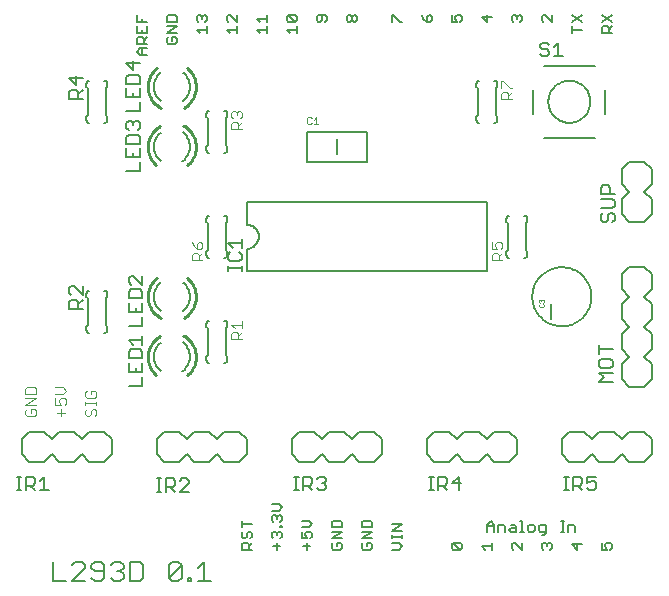
<source format=gto>
G75*
G70*
%OFA0B0*%
%FSLAX24Y24*%
%IPPOS*%
%LPD*%
%AMOC8*
5,1,8,0,0,1.08239X$1,22.5*
%
%ADD10C,0.0060*%
%ADD11C,0.0030*%
%ADD12C,0.0050*%
%ADD13C,0.0100*%
%ADD14C,0.0040*%
%ADD15C,0.0080*%
%ADD16C,0.0010*%
%ADD17C,0.0020*%
D10*
X009289Y001215D02*
X009716Y001215D01*
X009933Y001215D02*
X010360Y001642D01*
X010360Y001749D01*
X010254Y001856D01*
X010040Y001856D01*
X009933Y001749D01*
X009933Y001215D02*
X010360Y001215D01*
X010578Y001322D02*
X010685Y001215D01*
X010898Y001215D01*
X011005Y001322D01*
X011005Y001749D01*
X010898Y001856D01*
X010685Y001856D01*
X010578Y001749D01*
X010578Y001642D01*
X010685Y001536D01*
X011005Y001536D01*
X011222Y001749D02*
X011329Y001856D01*
X011543Y001856D01*
X011649Y001749D01*
X011649Y001642D01*
X011543Y001536D01*
X011649Y001429D01*
X011649Y001322D01*
X011543Y001215D01*
X011329Y001215D01*
X011222Y001322D01*
X011436Y001536D02*
X011543Y001536D01*
X011867Y001856D02*
X011867Y001215D01*
X012187Y001215D01*
X012294Y001322D01*
X012294Y001749D01*
X012187Y001856D01*
X011867Y001856D01*
X013156Y001749D02*
X013156Y001322D01*
X013583Y001749D01*
X013583Y001322D01*
X013476Y001215D01*
X013263Y001215D01*
X013156Y001322D01*
X013156Y001749D02*
X013263Y001856D01*
X013476Y001856D01*
X013583Y001749D01*
X014123Y001642D02*
X014336Y001856D01*
X014336Y001215D01*
X014123Y001215D02*
X014550Y001215D01*
X013907Y001215D02*
X013801Y001215D01*
X013801Y001322D01*
X013907Y001322D01*
X013907Y001215D01*
X015589Y002260D02*
X015589Y002430D01*
X015645Y002487D01*
X015759Y002487D01*
X015815Y002430D01*
X015815Y002260D01*
X015815Y002374D02*
X015929Y002487D01*
X015872Y002629D02*
X015929Y002685D01*
X015929Y002799D01*
X015872Y002856D01*
X015815Y002856D01*
X015759Y002799D01*
X015759Y002685D01*
X015702Y002629D01*
X015645Y002629D01*
X015589Y002685D01*
X015589Y002799D01*
X015645Y002856D01*
X015589Y002997D02*
X015589Y003224D01*
X015589Y003110D02*
X015929Y003110D01*
X016589Y003238D02*
X016589Y003351D01*
X016645Y003408D01*
X016702Y003408D01*
X016759Y003351D01*
X016815Y003408D01*
X016872Y003408D01*
X016929Y003351D01*
X016929Y003238D01*
X016872Y003181D01*
X016872Y003054D02*
X016929Y003054D01*
X016929Y002997D01*
X016872Y002997D01*
X016872Y003054D01*
X016872Y002856D02*
X016929Y002799D01*
X016929Y002685D01*
X016872Y002629D01*
X016759Y002742D02*
X016759Y002799D01*
X016815Y002856D01*
X016872Y002856D01*
X016759Y002799D02*
X016702Y002856D01*
X016645Y002856D01*
X016589Y002799D01*
X016589Y002685D01*
X016645Y002629D01*
X016759Y002487D02*
X016759Y002260D01*
X016872Y002374D02*
X016645Y002374D01*
X015929Y002260D02*
X015589Y002260D01*
X016589Y003238D02*
X016645Y003181D01*
X016759Y003295D02*
X016759Y003351D01*
X016815Y003549D02*
X016929Y003663D01*
X016815Y003776D01*
X016589Y003776D01*
X016589Y003549D02*
X016815Y003549D01*
X017589Y003224D02*
X017815Y003224D01*
X017929Y003110D01*
X017815Y002997D01*
X017589Y002997D01*
X017589Y002856D02*
X017589Y002629D01*
X017759Y002629D01*
X017702Y002742D01*
X017702Y002799D01*
X017759Y002856D01*
X017872Y002856D01*
X017929Y002799D01*
X017929Y002685D01*
X017872Y002629D01*
X017759Y002487D02*
X017759Y002260D01*
X017872Y002374D02*
X017645Y002374D01*
X018589Y002430D02*
X018589Y002317D01*
X018645Y002260D01*
X018872Y002260D01*
X018929Y002317D01*
X018929Y002430D01*
X018872Y002487D01*
X018759Y002487D01*
X018759Y002374D01*
X018645Y002487D02*
X018589Y002430D01*
X018589Y002629D02*
X018929Y002856D01*
X018589Y002856D01*
X018589Y002997D02*
X018589Y003167D01*
X018645Y003224D01*
X018872Y003224D01*
X018929Y003167D01*
X018929Y002997D01*
X018589Y002997D01*
X018589Y002629D02*
X018929Y002629D01*
X019589Y002629D02*
X019929Y002856D01*
X019589Y002856D01*
X019589Y002997D02*
X019589Y003167D01*
X019645Y003224D01*
X019872Y003224D01*
X019929Y003167D01*
X019929Y002997D01*
X019589Y002997D01*
X019589Y002629D02*
X019929Y002629D01*
X019872Y002487D02*
X019759Y002487D01*
X019759Y002374D01*
X019872Y002487D02*
X019929Y002430D01*
X019929Y002317D01*
X019872Y002260D01*
X019645Y002260D01*
X019589Y002317D01*
X019589Y002430D01*
X019645Y002487D01*
X020589Y002487D02*
X020815Y002487D01*
X020929Y002374D01*
X020815Y002260D01*
X020589Y002260D01*
X020589Y002629D02*
X020589Y002742D01*
X020589Y002685D02*
X020929Y002685D01*
X020929Y002629D02*
X020929Y002742D01*
X020929Y002874D02*
X020589Y002874D01*
X020929Y003101D01*
X020589Y003101D01*
X022589Y002430D02*
X022645Y002487D01*
X022872Y002260D01*
X022929Y002317D01*
X022929Y002430D01*
X022872Y002487D01*
X022645Y002487D01*
X022589Y002430D02*
X022589Y002317D01*
X022645Y002260D01*
X022872Y002260D01*
X023589Y002374D02*
X023929Y002374D01*
X023929Y002487D02*
X023929Y002260D01*
X023702Y002260D02*
X023589Y002374D01*
X023770Y002860D02*
X023770Y003087D01*
X023883Y003201D01*
X023996Y003087D01*
X023996Y002860D01*
X024138Y002860D02*
X024138Y003087D01*
X024308Y003087D01*
X024365Y003030D01*
X024365Y002860D01*
X024506Y002917D02*
X024563Y002974D01*
X024733Y002974D01*
X024733Y003030D02*
X024733Y002860D01*
X024563Y002860D01*
X024506Y002917D01*
X024563Y003087D02*
X024676Y003087D01*
X024733Y003030D01*
X024875Y002860D02*
X024988Y002860D01*
X024931Y002860D02*
X024931Y003201D01*
X024875Y003201D01*
X025120Y003030D02*
X025120Y002917D01*
X025177Y002860D01*
X025290Y002860D01*
X025347Y002917D01*
X025347Y003030D01*
X025290Y003087D01*
X025177Y003087D01*
X025120Y003030D01*
X025488Y003030D02*
X025488Y002917D01*
X025545Y002860D01*
X025715Y002860D01*
X025715Y002804D02*
X025715Y003087D01*
X025545Y003087D01*
X025488Y003030D01*
X025602Y002747D02*
X025659Y002747D01*
X025715Y002804D01*
X025702Y002487D02*
X025759Y002430D01*
X025815Y002487D01*
X025872Y002487D01*
X025929Y002430D01*
X025929Y002317D01*
X025872Y002260D01*
X025759Y002374D02*
X025759Y002430D01*
X025702Y002487D02*
X025645Y002487D01*
X025589Y002430D01*
X025589Y002317D01*
X025645Y002260D01*
X024929Y002260D02*
X024702Y002487D01*
X024645Y002487D01*
X024589Y002430D01*
X024589Y002317D01*
X024645Y002260D01*
X024929Y002260D02*
X024929Y002487D01*
X023996Y003030D02*
X023770Y003030D01*
X026225Y002860D02*
X026338Y002860D01*
X026282Y002860D02*
X026282Y003201D01*
X026338Y003201D02*
X026225Y003201D01*
X026471Y003087D02*
X026641Y003087D01*
X026697Y003030D01*
X026697Y002860D01*
X026471Y002860D02*
X026471Y003087D01*
X026759Y002487D02*
X026759Y002260D01*
X026589Y002430D01*
X026929Y002430D01*
X027589Y002487D02*
X027589Y002260D01*
X027759Y002260D01*
X027702Y002374D01*
X027702Y002430D01*
X027759Y002487D01*
X027872Y002487D01*
X027929Y002430D01*
X027929Y002317D01*
X027872Y002260D01*
X015109Y008585D02*
X015109Y008685D01*
X015059Y008735D01*
X015059Y009635D01*
X015109Y009685D01*
X015109Y009785D01*
X015107Y009802D01*
X015103Y009819D01*
X015096Y009835D01*
X015086Y009849D01*
X015073Y009862D01*
X015059Y009872D01*
X015043Y009879D01*
X015026Y009883D01*
X015009Y009885D01*
X014509Y009885D02*
X014492Y009883D01*
X014475Y009879D01*
X014459Y009872D01*
X014445Y009862D01*
X014432Y009849D01*
X014422Y009835D01*
X014415Y009819D01*
X014411Y009802D01*
X014409Y009785D01*
X014409Y009685D01*
X014459Y009635D01*
X014459Y008735D01*
X014409Y008685D01*
X014409Y008585D01*
X014411Y008568D01*
X014415Y008551D01*
X014422Y008535D01*
X014432Y008521D01*
X014445Y008508D01*
X014459Y008498D01*
X014475Y008491D01*
X014492Y008487D01*
X014509Y008485D01*
X015009Y008485D02*
X015026Y008487D01*
X015043Y008491D01*
X015059Y008498D01*
X015073Y008508D01*
X015086Y008521D01*
X015096Y008535D01*
X015103Y008551D01*
X015107Y008568D01*
X015109Y008585D01*
X012891Y009159D02*
X012856Y009129D01*
X012823Y009098D01*
X012793Y009063D01*
X012766Y009027D01*
X012742Y008989D01*
X012720Y008949D01*
X012702Y008907D01*
X012686Y008864D01*
X012674Y008820D01*
X012666Y008776D01*
X012661Y008730D01*
X012659Y008685D01*
X012661Y008640D01*
X012666Y008594D01*
X012674Y008550D01*
X012686Y008506D01*
X012702Y008463D01*
X012720Y008421D01*
X012742Y008381D01*
X012766Y008343D01*
X012793Y008307D01*
X012823Y008272D01*
X012856Y008241D01*
X012891Y008211D01*
X013859Y008685D02*
X013857Y008731D01*
X013852Y008777D01*
X013843Y008823D01*
X013831Y008868D01*
X013815Y008911D01*
X013796Y008953D01*
X013773Y008994D01*
X013748Y009033D01*
X013720Y009069D01*
X013689Y009104D01*
X013655Y009136D01*
X013619Y009165D01*
X013859Y008685D02*
X013857Y008638D01*
X013851Y008590D01*
X013842Y008544D01*
X013829Y008498D01*
X013813Y008454D01*
X013793Y008410D01*
X013769Y008369D01*
X013743Y008330D01*
X013713Y008293D01*
X013680Y008258D01*
X013645Y008226D01*
X013608Y008197D01*
X011109Y009585D02*
X011109Y009685D01*
X011059Y009735D01*
X011059Y010635D01*
X011109Y010685D01*
X011109Y010785D01*
X011107Y010802D01*
X011103Y010819D01*
X011096Y010835D01*
X011086Y010849D01*
X011073Y010862D01*
X011059Y010872D01*
X011043Y010879D01*
X011026Y010883D01*
X011009Y010885D01*
X010509Y010885D02*
X010492Y010883D01*
X010475Y010879D01*
X010459Y010872D01*
X010445Y010862D01*
X010432Y010849D01*
X010422Y010835D01*
X010415Y010819D01*
X010411Y010802D01*
X010409Y010785D01*
X010409Y010685D01*
X010459Y010635D01*
X010459Y009735D01*
X010409Y009685D01*
X010409Y009585D01*
X010411Y009568D01*
X010415Y009551D01*
X010422Y009535D01*
X010432Y009521D01*
X010445Y009508D01*
X010459Y009498D01*
X010475Y009491D01*
X010492Y009487D01*
X010509Y009485D01*
X011009Y009485D02*
X011026Y009487D01*
X011043Y009491D01*
X011059Y009498D01*
X011073Y009508D01*
X011086Y009521D01*
X011096Y009535D01*
X011103Y009551D01*
X011107Y009568D01*
X011109Y009585D01*
X013627Y010211D02*
X013662Y010241D01*
X013695Y010272D01*
X013725Y010307D01*
X013752Y010343D01*
X013776Y010381D01*
X013798Y010421D01*
X013816Y010463D01*
X013832Y010506D01*
X013844Y010550D01*
X013852Y010594D01*
X013857Y010640D01*
X013859Y010685D01*
X013857Y010730D01*
X013852Y010776D01*
X013844Y010820D01*
X013832Y010864D01*
X013816Y010907D01*
X013798Y010949D01*
X013776Y010989D01*
X013752Y011027D01*
X013725Y011063D01*
X013695Y011098D01*
X013662Y011129D01*
X013627Y011159D01*
X012659Y010685D02*
X012661Y010639D01*
X012666Y010593D01*
X012675Y010547D01*
X012687Y010502D01*
X012703Y010459D01*
X012722Y010417D01*
X012745Y010376D01*
X012770Y010337D01*
X012798Y010301D01*
X012829Y010266D01*
X012863Y010234D01*
X012899Y010205D01*
X012659Y010685D02*
X012661Y010732D01*
X012667Y010780D01*
X012676Y010826D01*
X012689Y010872D01*
X012705Y010916D01*
X012725Y010960D01*
X012749Y011001D01*
X012775Y011040D01*
X012805Y011077D01*
X012838Y011112D01*
X012873Y011144D01*
X012910Y011173D01*
X014409Y012085D02*
X014409Y012185D01*
X014459Y012235D01*
X014459Y013135D01*
X014409Y013185D01*
X014409Y013285D01*
X014411Y013302D01*
X014415Y013319D01*
X014422Y013335D01*
X014432Y013349D01*
X014445Y013362D01*
X014459Y013372D01*
X014475Y013379D01*
X014492Y013383D01*
X014509Y013385D01*
X015009Y013385D02*
X015026Y013383D01*
X015043Y013379D01*
X015059Y013372D01*
X015073Y013362D01*
X015086Y013349D01*
X015096Y013335D01*
X015103Y013319D01*
X015107Y013302D01*
X015109Y013285D01*
X015109Y013185D01*
X015059Y013135D01*
X015059Y012235D01*
X015109Y012185D01*
X015109Y012085D01*
X015107Y012068D01*
X015103Y012051D01*
X015096Y012035D01*
X015086Y012021D01*
X015073Y012008D01*
X015059Y011998D01*
X015043Y011991D01*
X015026Y011987D01*
X015009Y011985D01*
X014509Y011985D02*
X014492Y011987D01*
X014475Y011991D01*
X014459Y011998D01*
X014445Y012008D01*
X014432Y012021D01*
X014422Y012035D01*
X014415Y012051D01*
X014411Y012068D01*
X014409Y012085D01*
X015759Y012285D02*
X015759Y011535D01*
X023759Y011535D01*
X023759Y013835D01*
X015759Y013835D01*
X015759Y013085D01*
X015798Y013083D01*
X015837Y013077D01*
X015875Y013068D01*
X015912Y013055D01*
X015948Y013038D01*
X015981Y013018D01*
X016013Y012994D01*
X016042Y012968D01*
X016068Y012939D01*
X016092Y012907D01*
X016112Y012874D01*
X016129Y012838D01*
X016142Y012801D01*
X016151Y012763D01*
X016157Y012724D01*
X016159Y012685D01*
X016157Y012646D01*
X016151Y012607D01*
X016142Y012569D01*
X016129Y012532D01*
X016112Y012496D01*
X016092Y012463D01*
X016068Y012431D01*
X016042Y012402D01*
X016013Y012376D01*
X015981Y012352D01*
X015948Y012332D01*
X015912Y012315D01*
X015875Y012302D01*
X015837Y012293D01*
X015798Y012287D01*
X015759Y012285D01*
X015109Y015585D02*
X015109Y015685D01*
X015059Y015735D01*
X015059Y016635D01*
X015109Y016685D01*
X015109Y016785D01*
X015107Y016802D01*
X015103Y016819D01*
X015096Y016835D01*
X015086Y016849D01*
X015073Y016862D01*
X015059Y016872D01*
X015043Y016879D01*
X015026Y016883D01*
X015009Y016885D01*
X014509Y016885D02*
X014492Y016883D01*
X014475Y016879D01*
X014459Y016872D01*
X014445Y016862D01*
X014432Y016849D01*
X014422Y016835D01*
X014415Y016819D01*
X014411Y016802D01*
X014409Y016785D01*
X014409Y016685D01*
X014459Y016635D01*
X014459Y015735D01*
X014409Y015685D01*
X014409Y015585D01*
X014411Y015568D01*
X014415Y015551D01*
X014422Y015535D01*
X014432Y015521D01*
X014445Y015508D01*
X014459Y015498D01*
X014475Y015491D01*
X014492Y015487D01*
X014509Y015485D01*
X015009Y015485D02*
X015026Y015487D01*
X015043Y015491D01*
X015059Y015498D01*
X015073Y015508D01*
X015086Y015521D01*
X015096Y015535D01*
X015103Y015551D01*
X015107Y015568D01*
X015109Y015585D01*
X012891Y016159D02*
X012856Y016129D01*
X012823Y016098D01*
X012793Y016063D01*
X012766Y016027D01*
X012742Y015989D01*
X012720Y015949D01*
X012702Y015907D01*
X012686Y015864D01*
X012674Y015820D01*
X012666Y015776D01*
X012661Y015730D01*
X012659Y015685D01*
X012661Y015640D01*
X012666Y015594D01*
X012674Y015550D01*
X012686Y015506D01*
X012702Y015463D01*
X012720Y015421D01*
X012742Y015381D01*
X012766Y015343D01*
X012793Y015307D01*
X012823Y015272D01*
X012856Y015241D01*
X012891Y015211D01*
X013859Y015685D02*
X013857Y015731D01*
X013852Y015777D01*
X013843Y015823D01*
X013831Y015868D01*
X013815Y015911D01*
X013796Y015953D01*
X013773Y015994D01*
X013748Y016033D01*
X013720Y016069D01*
X013689Y016104D01*
X013655Y016136D01*
X013619Y016165D01*
X013859Y015685D02*
X013857Y015638D01*
X013851Y015590D01*
X013842Y015544D01*
X013829Y015498D01*
X013813Y015454D01*
X013793Y015410D01*
X013769Y015369D01*
X013743Y015330D01*
X013713Y015293D01*
X013680Y015258D01*
X013645Y015226D01*
X013608Y015197D01*
X011109Y016585D02*
X011109Y016685D01*
X011059Y016735D01*
X011059Y017635D01*
X011109Y017685D01*
X011109Y017785D01*
X011107Y017802D01*
X011103Y017819D01*
X011096Y017835D01*
X011086Y017849D01*
X011073Y017862D01*
X011059Y017872D01*
X011043Y017879D01*
X011026Y017883D01*
X011009Y017885D01*
X010509Y017885D02*
X010492Y017883D01*
X010475Y017879D01*
X010459Y017872D01*
X010445Y017862D01*
X010432Y017849D01*
X010422Y017835D01*
X010415Y017819D01*
X010411Y017802D01*
X010409Y017785D01*
X010409Y017685D01*
X010459Y017635D01*
X010459Y016735D01*
X010409Y016685D01*
X010409Y016585D01*
X010411Y016568D01*
X010415Y016551D01*
X010422Y016535D01*
X010432Y016521D01*
X010445Y016508D01*
X010459Y016498D01*
X010475Y016491D01*
X010492Y016487D01*
X010509Y016485D01*
X011009Y016485D02*
X011026Y016487D01*
X011043Y016491D01*
X011059Y016498D01*
X011073Y016508D01*
X011086Y016521D01*
X011096Y016535D01*
X011103Y016551D01*
X011107Y016568D01*
X011109Y016585D01*
X013627Y017211D02*
X013662Y017241D01*
X013695Y017272D01*
X013725Y017307D01*
X013752Y017343D01*
X013776Y017381D01*
X013798Y017421D01*
X013816Y017463D01*
X013832Y017506D01*
X013844Y017550D01*
X013852Y017594D01*
X013857Y017640D01*
X013859Y017685D01*
X013857Y017730D01*
X013852Y017776D01*
X013844Y017820D01*
X013832Y017864D01*
X013816Y017907D01*
X013798Y017949D01*
X013776Y017989D01*
X013752Y018027D01*
X013725Y018063D01*
X013695Y018098D01*
X013662Y018129D01*
X013627Y018159D01*
X012659Y017685D02*
X012661Y017639D01*
X012666Y017593D01*
X012675Y017547D01*
X012687Y017502D01*
X012703Y017459D01*
X012722Y017417D01*
X012745Y017376D01*
X012770Y017337D01*
X012798Y017301D01*
X012829Y017266D01*
X012863Y017234D01*
X012899Y017205D01*
X012659Y017685D02*
X012661Y017732D01*
X012667Y017780D01*
X012676Y017826D01*
X012689Y017872D01*
X012705Y017916D01*
X012725Y017960D01*
X012749Y018001D01*
X012775Y018040D01*
X012805Y018077D01*
X012838Y018112D01*
X012873Y018144D01*
X012910Y018173D01*
X012429Y018742D02*
X012202Y018742D01*
X012089Y018856D01*
X012202Y018969D01*
X012429Y018969D01*
X012429Y019110D02*
X012089Y019110D01*
X012089Y019281D01*
X012145Y019337D01*
X012259Y019337D01*
X012315Y019281D01*
X012315Y019110D01*
X012315Y019224D02*
X012429Y019337D01*
X012429Y019479D02*
X012429Y019706D01*
X012429Y019847D02*
X012089Y019847D01*
X012089Y020074D01*
X012259Y019960D02*
X012259Y019847D01*
X012089Y019706D02*
X012089Y019479D01*
X012429Y019479D01*
X012259Y019479D02*
X012259Y019592D01*
X012259Y018969D02*
X012259Y018742D01*
X013089Y019167D02*
X013145Y019110D01*
X013372Y019110D01*
X013429Y019167D01*
X013429Y019281D01*
X013372Y019337D01*
X013259Y019337D01*
X013259Y019224D01*
X013145Y019337D02*
X013089Y019281D01*
X013089Y019167D01*
X013089Y019479D02*
X013429Y019706D01*
X013089Y019706D01*
X013089Y019847D02*
X013089Y020017D01*
X013145Y020074D01*
X013372Y020074D01*
X013429Y020017D01*
X013429Y019847D01*
X013089Y019847D01*
X013089Y019479D02*
X013429Y019479D01*
X014089Y019592D02*
X014429Y019592D01*
X014429Y019479D02*
X014429Y019706D01*
X014372Y019847D02*
X014429Y019904D01*
X014429Y020017D01*
X014372Y020074D01*
X014315Y020074D01*
X014259Y020017D01*
X014259Y019960D01*
X014259Y020017D02*
X014202Y020074D01*
X014145Y020074D01*
X014089Y020017D01*
X014089Y019904D01*
X014145Y019847D01*
X014089Y019592D02*
X014202Y019479D01*
X015089Y019592D02*
X015429Y019592D01*
X015429Y019479D02*
X015429Y019706D01*
X015429Y019847D02*
X015202Y020074D01*
X015145Y020074D01*
X015089Y020017D01*
X015089Y019904D01*
X015145Y019847D01*
X015089Y019592D02*
X015202Y019479D01*
X015429Y019847D02*
X015429Y020074D01*
X016089Y019960D02*
X016429Y019960D01*
X016429Y019847D02*
X016429Y020074D01*
X016202Y019847D02*
X016089Y019960D01*
X016089Y019592D02*
X016429Y019592D01*
X016429Y019479D02*
X016429Y019706D01*
X016202Y019479D02*
X016089Y019592D01*
X017089Y019592D02*
X017202Y019479D01*
X017089Y019592D02*
X017429Y019592D01*
X017429Y019479D02*
X017429Y019706D01*
X017372Y019847D02*
X017145Y019847D01*
X017089Y019904D01*
X017089Y020017D01*
X017145Y020074D01*
X017372Y019847D01*
X017429Y019904D01*
X017429Y020017D01*
X017372Y020074D01*
X017145Y020074D01*
X018089Y020017D02*
X018089Y019904D01*
X018145Y019847D01*
X018202Y019847D01*
X018259Y019904D01*
X018259Y020074D01*
X018372Y020074D02*
X018145Y020074D01*
X018089Y020017D01*
X018372Y020074D02*
X018429Y020017D01*
X018429Y019904D01*
X018372Y019847D01*
X019089Y019904D02*
X019089Y020017D01*
X019145Y020074D01*
X019202Y020074D01*
X019259Y020017D01*
X019259Y019904D01*
X019202Y019847D01*
X019145Y019847D01*
X019089Y019904D01*
X019259Y019904D02*
X019315Y019847D01*
X019372Y019847D01*
X019429Y019904D01*
X019429Y020017D01*
X019372Y020074D01*
X019315Y020074D01*
X019259Y020017D01*
X020589Y020074D02*
X020589Y019847D01*
X020589Y020074D02*
X020645Y020074D01*
X020872Y019847D01*
X020929Y019847D01*
X021589Y020074D02*
X021645Y019960D01*
X021759Y019847D01*
X021759Y020017D01*
X021815Y020074D01*
X021872Y020074D01*
X021929Y020017D01*
X021929Y019904D01*
X021872Y019847D01*
X021759Y019847D01*
X022589Y019847D02*
X022759Y019847D01*
X022702Y019960D01*
X022702Y020017D01*
X022759Y020074D01*
X022872Y020074D01*
X022929Y020017D01*
X022929Y019904D01*
X022872Y019847D01*
X022589Y019847D02*
X022589Y020074D01*
X023589Y020017D02*
X023759Y019847D01*
X023759Y020074D01*
X023929Y020017D02*
X023589Y020017D01*
X024589Y020017D02*
X024589Y019904D01*
X024645Y019847D01*
X024759Y019960D02*
X024759Y020017D01*
X024815Y020074D01*
X024872Y020074D01*
X024929Y020017D01*
X024929Y019904D01*
X024872Y019847D01*
X024759Y020017D02*
X024702Y020074D01*
X024645Y020074D01*
X024589Y020017D01*
X025589Y020017D02*
X025589Y019904D01*
X025645Y019847D01*
X025589Y020017D02*
X025645Y020074D01*
X025702Y020074D01*
X025929Y019847D01*
X025929Y020074D01*
X026589Y020074D02*
X026929Y019847D01*
X026929Y020074D02*
X026589Y019847D01*
X026589Y019706D02*
X026589Y019479D01*
X026589Y019592D02*
X026929Y019592D01*
X027589Y019649D02*
X027589Y019479D01*
X027929Y019479D01*
X027815Y019479D02*
X027815Y019649D01*
X027759Y019706D01*
X027645Y019706D01*
X027589Y019649D01*
X027589Y019847D02*
X027929Y020074D01*
X027929Y019847D02*
X027589Y020074D01*
X027929Y019706D02*
X027815Y019592D01*
X024109Y017785D02*
X024109Y017685D01*
X024059Y017635D01*
X024059Y016735D01*
X024109Y016685D01*
X024109Y016585D01*
X024107Y016568D01*
X024103Y016551D01*
X024096Y016535D01*
X024086Y016521D01*
X024073Y016508D01*
X024059Y016498D01*
X024043Y016491D01*
X024026Y016487D01*
X024009Y016485D01*
X023509Y016485D02*
X023492Y016487D01*
X023475Y016491D01*
X023459Y016498D01*
X023445Y016508D01*
X023432Y016521D01*
X023422Y016535D01*
X023415Y016551D01*
X023411Y016568D01*
X023409Y016585D01*
X023409Y016685D01*
X023459Y016735D01*
X023459Y017635D01*
X023409Y017685D01*
X023409Y017785D01*
X023411Y017802D01*
X023415Y017819D01*
X023422Y017835D01*
X023432Y017849D01*
X023445Y017862D01*
X023459Y017872D01*
X023475Y017879D01*
X023492Y017883D01*
X023509Y017885D01*
X024009Y017885D02*
X024026Y017883D01*
X024043Y017879D01*
X024059Y017872D01*
X024073Y017862D01*
X024086Y017849D01*
X024096Y017835D01*
X024103Y017819D01*
X024107Y017802D01*
X024109Y017785D01*
X024409Y013285D02*
X024409Y013185D01*
X024459Y013135D01*
X024459Y012235D01*
X024409Y012185D01*
X024409Y012085D01*
X024411Y012068D01*
X024415Y012051D01*
X024422Y012035D01*
X024432Y012021D01*
X024445Y012008D01*
X024459Y011998D01*
X024475Y011991D01*
X024492Y011987D01*
X024509Y011985D01*
X025009Y011985D02*
X025026Y011987D01*
X025043Y011991D01*
X025059Y011998D01*
X025073Y012008D01*
X025086Y012021D01*
X025096Y012035D01*
X025103Y012051D01*
X025107Y012068D01*
X025109Y012085D01*
X025109Y012185D01*
X025059Y012235D01*
X025059Y013135D01*
X025109Y013185D01*
X025109Y013285D01*
X025107Y013302D01*
X025103Y013319D01*
X025096Y013335D01*
X025086Y013349D01*
X025073Y013362D01*
X025059Y013372D01*
X025043Y013379D01*
X025026Y013383D01*
X025009Y013385D01*
X024509Y013385D02*
X024492Y013383D01*
X024475Y013379D01*
X024459Y013372D01*
X024445Y013362D01*
X024432Y013349D01*
X024422Y013335D01*
X024415Y013319D01*
X024411Y013302D01*
X024409Y013285D01*
X009289Y001856D02*
X009289Y001215D01*
D11*
X009559Y006700D02*
X009559Y006947D01*
X009559Y007069D02*
X009497Y007192D01*
X009497Y007254D01*
X009559Y007316D01*
X009682Y007316D01*
X009744Y007254D01*
X009744Y007130D01*
X009682Y007069D01*
X009559Y007069D02*
X009374Y007069D01*
X009374Y007316D01*
X009374Y007437D02*
X009620Y007437D01*
X009744Y007560D01*
X009620Y007684D01*
X009374Y007684D01*
X008744Y007622D02*
X008744Y007437D01*
X008374Y007437D01*
X008374Y007622D01*
X008435Y007684D01*
X008682Y007684D01*
X008744Y007622D01*
X008744Y007316D02*
X008374Y007316D01*
X008374Y007069D02*
X008744Y007316D01*
X008744Y007069D02*
X008374Y007069D01*
X008435Y006947D02*
X008374Y006886D01*
X008374Y006762D01*
X008435Y006700D01*
X008682Y006700D01*
X008744Y006762D01*
X008744Y006886D01*
X008682Y006947D01*
X008559Y006947D01*
X008559Y006824D01*
X009435Y006824D02*
X009682Y006824D01*
X010374Y006886D02*
X010374Y006762D01*
X010435Y006700D01*
X010497Y006700D01*
X010559Y006762D01*
X010559Y006886D01*
X010620Y006947D01*
X010682Y006947D01*
X010744Y006886D01*
X010744Y006762D01*
X010682Y006700D01*
X010435Y006947D02*
X010374Y006886D01*
X010374Y007069D02*
X010374Y007192D01*
X010374Y007130D02*
X010744Y007130D01*
X010744Y007069D02*
X010744Y007192D01*
X010682Y007314D02*
X010744Y007376D01*
X010744Y007499D01*
X010682Y007561D01*
X010559Y007561D01*
X010559Y007438D01*
X010435Y007561D02*
X010374Y007499D01*
X010374Y007376D01*
X010435Y007314D01*
X010682Y007314D01*
D12*
X008236Y004240D02*
X008086Y004240D01*
X008161Y004240D02*
X008161Y004691D01*
X008086Y004691D02*
X008236Y004691D01*
X008393Y004691D02*
X008618Y004691D01*
X008693Y004616D01*
X008693Y004466D01*
X008618Y004390D01*
X008393Y004390D01*
X008393Y004240D02*
X008393Y004691D01*
X008543Y004390D02*
X008693Y004240D01*
X008853Y004240D02*
X009154Y004240D01*
X009004Y004240D02*
X009004Y004691D01*
X008853Y004541D01*
X012754Y004631D02*
X012904Y004631D01*
X012829Y004631D02*
X012829Y004180D01*
X012754Y004180D02*
X012904Y004180D01*
X013061Y004180D02*
X013061Y004631D01*
X013286Y004631D01*
X013361Y004556D01*
X013361Y004406D01*
X013286Y004330D01*
X013061Y004330D01*
X013211Y004330D02*
X013361Y004180D01*
X013521Y004180D02*
X013821Y004481D01*
X013821Y004556D01*
X013746Y004631D01*
X013596Y004631D01*
X013521Y004556D01*
X013521Y004180D02*
X013821Y004180D01*
X017336Y004240D02*
X017486Y004240D01*
X017411Y004240D02*
X017411Y004691D01*
X017336Y004691D02*
X017486Y004691D01*
X017643Y004691D02*
X017868Y004691D01*
X017943Y004616D01*
X017943Y004466D01*
X017868Y004390D01*
X017643Y004390D01*
X017643Y004240D02*
X017643Y004691D01*
X018103Y004616D02*
X018179Y004691D01*
X018329Y004691D01*
X018404Y004616D01*
X018404Y004541D01*
X018329Y004466D01*
X018404Y004390D01*
X018404Y004315D01*
X018329Y004240D01*
X018179Y004240D01*
X018103Y004315D01*
X017943Y004240D02*
X017793Y004390D01*
X018254Y004466D02*
X018329Y004466D01*
X021836Y004691D02*
X021986Y004691D01*
X021911Y004691D02*
X021911Y004240D01*
X021836Y004240D02*
X021986Y004240D01*
X022143Y004240D02*
X022143Y004691D01*
X022368Y004691D01*
X022443Y004616D01*
X022443Y004466D01*
X022368Y004390D01*
X022143Y004390D01*
X022293Y004390D02*
X022443Y004240D01*
X022603Y004466D02*
X022904Y004466D01*
X022829Y004691D02*
X022829Y004240D01*
X022603Y004466D02*
X022829Y004691D01*
X026336Y004691D02*
X026486Y004691D01*
X026411Y004691D02*
X026411Y004240D01*
X026336Y004240D02*
X026486Y004240D01*
X026643Y004240D02*
X026643Y004691D01*
X026868Y004691D01*
X026943Y004616D01*
X026943Y004466D01*
X026868Y004390D01*
X026643Y004390D01*
X026793Y004390D02*
X026943Y004240D01*
X027103Y004315D02*
X027179Y004240D01*
X027329Y004240D01*
X027404Y004315D01*
X027404Y004466D01*
X027329Y004541D01*
X027254Y004541D01*
X027103Y004466D01*
X027103Y004691D01*
X027404Y004691D01*
X027504Y007859D02*
X027654Y008009D01*
X027504Y008159D01*
X027954Y008159D01*
X027879Y008320D02*
X027579Y008320D01*
X027504Y008395D01*
X027504Y008545D01*
X027579Y008620D01*
X027879Y008620D01*
X027954Y008545D01*
X027954Y008395D01*
X027879Y008320D01*
X027954Y007859D02*
X027504Y007859D01*
X027504Y008780D02*
X027504Y009080D01*
X027504Y008930D02*
X027954Y008930D01*
X027939Y013180D02*
X028014Y013255D01*
X028014Y013406D01*
X027939Y013481D01*
X027864Y013481D01*
X027789Y013406D01*
X027789Y013255D01*
X027714Y013180D01*
X027639Y013180D01*
X027564Y013255D01*
X027564Y013406D01*
X027639Y013481D01*
X027564Y013641D02*
X027939Y013641D01*
X028014Y013716D01*
X028014Y013866D01*
X027939Y013941D01*
X027564Y013941D01*
X027564Y014101D02*
X027564Y014326D01*
X027639Y014401D01*
X027789Y014401D01*
X027864Y014326D01*
X027864Y014101D01*
X028014Y014101D02*
X027564Y014101D01*
X026294Y018710D02*
X025994Y018710D01*
X026144Y018710D02*
X026144Y019161D01*
X025994Y019011D01*
X025834Y019086D02*
X025759Y019161D01*
X025609Y019161D01*
X025534Y019086D01*
X025534Y019011D01*
X025609Y018936D01*
X025759Y018936D01*
X025834Y018860D01*
X025834Y018785D01*
X025759Y018710D01*
X025609Y018710D01*
X025534Y018785D01*
X015584Y012628D02*
X015584Y012328D01*
X015584Y012478D02*
X015134Y012478D01*
X015284Y012328D01*
X015209Y012167D02*
X015134Y012092D01*
X015134Y011942D01*
X015209Y011867D01*
X015509Y011867D01*
X015584Y011942D01*
X015584Y012092D01*
X015509Y012167D01*
X015584Y011710D02*
X015584Y011560D01*
X015584Y011635D02*
X015134Y011635D01*
X015134Y011560D02*
X015134Y011710D01*
X012274Y011392D02*
X012274Y011091D01*
X011974Y011392D01*
X011899Y011392D01*
X011824Y011317D01*
X011824Y011166D01*
X011899Y011091D01*
X011899Y010931D02*
X011824Y010856D01*
X011824Y010631D01*
X012274Y010631D01*
X012274Y010856D01*
X012199Y010931D01*
X011899Y010931D01*
X011824Y010471D02*
X011824Y010171D01*
X012274Y010171D01*
X012274Y010471D01*
X012049Y010321D02*
X012049Y010171D01*
X012274Y010011D02*
X012274Y009710D01*
X011824Y009710D01*
X011824Y009242D02*
X012274Y009242D01*
X012274Y009392D02*
X012274Y009091D01*
X012199Y008931D02*
X012274Y008856D01*
X012274Y008631D01*
X011824Y008631D01*
X011824Y008856D01*
X011899Y008931D01*
X012199Y008931D01*
X011974Y009091D02*
X011824Y009242D01*
X011824Y008471D02*
X011824Y008171D01*
X012274Y008171D01*
X012274Y008471D01*
X012049Y008321D02*
X012049Y008171D01*
X012274Y008011D02*
X012274Y007710D01*
X011824Y007710D01*
X010284Y010290D02*
X009834Y010290D01*
X009834Y010515D01*
X009909Y010590D01*
X010059Y010590D01*
X010134Y010515D01*
X010134Y010290D01*
X010134Y010440D02*
X010284Y010590D01*
X010284Y010750D02*
X009984Y011050D01*
X009909Y011050D01*
X009834Y010975D01*
X009834Y010825D01*
X009909Y010750D01*
X010284Y010750D02*
X010284Y011050D01*
X011744Y014869D02*
X012194Y014869D01*
X012194Y015169D01*
X012194Y015329D02*
X011744Y015329D01*
X011744Y015629D01*
X011744Y015790D02*
X011744Y016015D01*
X011819Y016090D01*
X012119Y016090D01*
X012194Y016015D01*
X012194Y015790D01*
X011744Y015790D01*
X012194Y015629D02*
X012194Y015329D01*
X011969Y015329D02*
X011969Y015479D01*
X012119Y016250D02*
X012194Y016325D01*
X012194Y016475D01*
X012119Y016550D01*
X012044Y016550D01*
X011969Y016475D01*
X011969Y016400D01*
X011969Y016475D02*
X011894Y016550D01*
X011819Y016550D01*
X011744Y016475D01*
X011744Y016325D01*
X011819Y016250D01*
X011744Y016869D02*
X012194Y016869D01*
X012194Y017169D01*
X012194Y017329D02*
X011744Y017329D01*
X011744Y017629D01*
X011744Y017790D02*
X011744Y018015D01*
X011819Y018090D01*
X012119Y018090D01*
X012194Y018015D01*
X012194Y017790D01*
X011744Y017790D01*
X012194Y017629D02*
X012194Y017329D01*
X011969Y017329D02*
X011969Y017479D01*
X011969Y018250D02*
X011969Y018550D01*
X012194Y018475D02*
X011744Y018475D01*
X011969Y018250D01*
X010284Y017975D02*
X009834Y017975D01*
X010059Y017750D01*
X010059Y018050D01*
X010059Y017590D02*
X010134Y017515D01*
X010134Y017290D01*
X010134Y017440D02*
X010284Y017590D01*
X010059Y017590D02*
X009909Y017590D01*
X009834Y017515D01*
X009834Y017290D01*
X010284Y017290D01*
D13*
X013656Y016990D02*
X013704Y017020D01*
X013749Y017053D01*
X013792Y017089D01*
X013833Y017127D01*
X013870Y017169D01*
X013905Y017213D01*
X013936Y017259D01*
X013965Y017308D01*
X013989Y017358D01*
X014010Y017410D01*
X014028Y017464D01*
X014041Y017518D01*
X014051Y017573D01*
X014057Y017629D01*
X014059Y017685D01*
X014057Y017738D01*
X014052Y017792D01*
X014043Y017844D01*
X014031Y017896D01*
X014015Y017947D01*
X013996Y017997D01*
X013973Y018046D01*
X013947Y018093D01*
X013919Y018138D01*
X013887Y018181D01*
X013853Y018221D01*
X013815Y018260D01*
X013776Y018296D01*
X012459Y017685D02*
X012461Y017631D01*
X012466Y017577D01*
X012475Y017524D01*
X012488Y017471D01*
X012504Y017420D01*
X012524Y017370D01*
X012547Y017321D01*
X012573Y017273D01*
X012602Y017228D01*
X012635Y017185D01*
X012670Y017144D01*
X012708Y017105D01*
X012748Y017069D01*
X012791Y017036D01*
X012836Y017006D01*
X012883Y016979D01*
X012459Y017685D02*
X012461Y017739D01*
X012466Y017792D01*
X012475Y017846D01*
X012488Y017898D01*
X012504Y017949D01*
X012524Y018000D01*
X012546Y018049D01*
X012572Y018096D01*
X012602Y018141D01*
X012634Y018184D01*
X012669Y018225D01*
X012707Y018264D01*
X012747Y018300D01*
X012862Y016380D02*
X012814Y016350D01*
X012769Y016317D01*
X012726Y016281D01*
X012685Y016243D01*
X012648Y016201D01*
X012613Y016157D01*
X012582Y016111D01*
X012553Y016062D01*
X012529Y016012D01*
X012508Y015960D01*
X012490Y015906D01*
X012477Y015852D01*
X012467Y015797D01*
X012461Y015741D01*
X012459Y015685D01*
X012461Y015632D01*
X012466Y015578D01*
X012475Y015526D01*
X012487Y015474D01*
X012503Y015423D01*
X012522Y015373D01*
X012545Y015324D01*
X012571Y015277D01*
X012599Y015232D01*
X012631Y015189D01*
X012665Y015149D01*
X012703Y015110D01*
X012742Y015074D01*
X014059Y015685D02*
X014057Y015739D01*
X014052Y015793D01*
X014043Y015846D01*
X014030Y015899D01*
X014014Y015950D01*
X013994Y016000D01*
X013971Y016049D01*
X013945Y016097D01*
X013916Y016142D01*
X013883Y016185D01*
X013848Y016226D01*
X013810Y016265D01*
X013770Y016301D01*
X013727Y016334D01*
X013682Y016364D01*
X013635Y016391D01*
X014059Y015685D02*
X014057Y015631D01*
X014052Y015578D01*
X014043Y015524D01*
X014030Y015472D01*
X014014Y015421D01*
X013994Y015370D01*
X013972Y015321D01*
X013946Y015274D01*
X013916Y015229D01*
X013884Y015186D01*
X013849Y015145D01*
X013811Y015106D01*
X013771Y015070D01*
X012459Y010685D02*
X012461Y010631D01*
X012466Y010577D01*
X012475Y010524D01*
X012488Y010471D01*
X012504Y010420D01*
X012524Y010370D01*
X012547Y010321D01*
X012573Y010273D01*
X012602Y010228D01*
X012635Y010185D01*
X012670Y010144D01*
X012708Y010105D01*
X012748Y010069D01*
X012791Y010036D01*
X012836Y010006D01*
X012883Y009979D01*
X013656Y009990D02*
X013704Y010020D01*
X013749Y010053D01*
X013792Y010089D01*
X013833Y010127D01*
X013870Y010169D01*
X013905Y010213D01*
X013936Y010259D01*
X013965Y010308D01*
X013989Y010358D01*
X014010Y010410D01*
X014028Y010464D01*
X014041Y010518D01*
X014051Y010573D01*
X014057Y010629D01*
X014059Y010685D01*
X014057Y010738D01*
X014052Y010792D01*
X014043Y010844D01*
X014031Y010896D01*
X014015Y010947D01*
X013996Y010997D01*
X013973Y011046D01*
X013947Y011093D01*
X013919Y011138D01*
X013887Y011181D01*
X013853Y011221D01*
X013815Y011260D01*
X013776Y011296D01*
X012747Y011300D02*
X012707Y011264D01*
X012669Y011225D01*
X012634Y011184D01*
X012602Y011141D01*
X012572Y011096D01*
X012546Y011049D01*
X012524Y011000D01*
X012504Y010949D01*
X012488Y010898D01*
X012475Y010846D01*
X012466Y010792D01*
X012461Y010739D01*
X012459Y010685D01*
X012862Y009380D02*
X012814Y009350D01*
X012769Y009317D01*
X012726Y009281D01*
X012685Y009243D01*
X012648Y009201D01*
X012613Y009157D01*
X012582Y009111D01*
X012553Y009062D01*
X012529Y009012D01*
X012508Y008960D01*
X012490Y008906D01*
X012477Y008852D01*
X012467Y008797D01*
X012461Y008741D01*
X012459Y008685D01*
X012461Y008632D01*
X012466Y008578D01*
X012475Y008526D01*
X012487Y008474D01*
X012503Y008423D01*
X012522Y008373D01*
X012545Y008324D01*
X012571Y008277D01*
X012599Y008232D01*
X012631Y008189D01*
X012665Y008149D01*
X012703Y008110D01*
X012742Y008074D01*
X014059Y008685D02*
X014057Y008739D01*
X014052Y008793D01*
X014043Y008846D01*
X014030Y008899D01*
X014014Y008950D01*
X013994Y009000D01*
X013971Y009049D01*
X013945Y009097D01*
X013916Y009142D01*
X013883Y009185D01*
X013848Y009226D01*
X013810Y009265D01*
X013770Y009301D01*
X013727Y009334D01*
X013682Y009364D01*
X013635Y009391D01*
X014059Y008685D02*
X014057Y008631D01*
X014052Y008578D01*
X014043Y008524D01*
X014030Y008472D01*
X014014Y008421D01*
X013994Y008370D01*
X013972Y008321D01*
X013946Y008274D01*
X013916Y008229D01*
X013884Y008186D01*
X013849Y008145D01*
X013811Y008106D01*
X013771Y008070D01*
D14*
X015239Y009277D02*
X015239Y009452D01*
X015297Y009511D01*
X015414Y009511D01*
X015472Y009452D01*
X015472Y009277D01*
X015589Y009277D02*
X015239Y009277D01*
X015472Y009394D02*
X015589Y009511D01*
X015589Y009636D02*
X015589Y009870D01*
X015589Y009753D02*
X015239Y009753D01*
X015355Y009636D01*
X014279Y011915D02*
X013929Y011915D01*
X013929Y012090D01*
X013987Y012149D01*
X014104Y012149D01*
X014162Y012090D01*
X014162Y011915D01*
X014162Y012032D02*
X014279Y012149D01*
X014221Y012274D02*
X014104Y012274D01*
X014104Y012450D01*
X014162Y012508D01*
X014221Y012508D01*
X014279Y012450D01*
X014279Y012333D01*
X014221Y012274D01*
X014104Y012274D02*
X013987Y012391D01*
X013929Y012508D01*
X015239Y016277D02*
X015239Y016452D01*
X015297Y016511D01*
X015414Y016511D01*
X015472Y016452D01*
X015472Y016277D01*
X015472Y016394D02*
X015589Y016511D01*
X015531Y016636D02*
X015589Y016695D01*
X015589Y016811D01*
X015531Y016870D01*
X015472Y016870D01*
X015414Y016811D01*
X015414Y016753D01*
X015414Y016811D02*
X015355Y016870D01*
X015297Y016870D01*
X015239Y016811D01*
X015239Y016695D01*
X015297Y016636D01*
X015239Y016277D02*
X015589Y016277D01*
X023929Y012508D02*
X023929Y012274D01*
X024104Y012274D01*
X024045Y012391D01*
X024045Y012450D01*
X024104Y012508D01*
X024221Y012508D01*
X024279Y012450D01*
X024279Y012333D01*
X024221Y012274D01*
X024279Y012149D02*
X024162Y012032D01*
X024162Y012090D02*
X024162Y011915D01*
X024279Y011915D02*
X023929Y011915D01*
X023929Y012090D01*
X023987Y012149D01*
X024104Y012149D01*
X024162Y012090D01*
X024239Y017277D02*
X024239Y017452D01*
X024297Y017511D01*
X024414Y017511D01*
X024472Y017452D01*
X024472Y017277D01*
X024589Y017277D02*
X024239Y017277D01*
X024472Y017394D02*
X024589Y017511D01*
X024589Y017636D02*
X024531Y017636D01*
X024297Y017870D01*
X024239Y017870D01*
X024239Y017636D01*
D15*
X025309Y017590D02*
X025309Y016785D01*
X025659Y015985D02*
X027359Y015985D01*
X027709Y016785D02*
X027709Y017578D01*
X027359Y018385D02*
X025659Y018385D01*
X025809Y017185D02*
X025811Y017237D01*
X025817Y017289D01*
X025827Y017341D01*
X025840Y017391D01*
X025857Y017441D01*
X025878Y017489D01*
X025903Y017535D01*
X025931Y017579D01*
X025962Y017621D01*
X025996Y017661D01*
X026033Y017698D01*
X026073Y017732D01*
X026115Y017763D01*
X026159Y017791D01*
X026205Y017816D01*
X026253Y017837D01*
X026303Y017854D01*
X026353Y017867D01*
X026405Y017877D01*
X026457Y017883D01*
X026509Y017885D01*
X026561Y017883D01*
X026613Y017877D01*
X026665Y017867D01*
X026715Y017854D01*
X026765Y017837D01*
X026813Y017816D01*
X026859Y017791D01*
X026903Y017763D01*
X026945Y017732D01*
X026985Y017698D01*
X027022Y017661D01*
X027056Y017621D01*
X027087Y017579D01*
X027115Y017535D01*
X027140Y017489D01*
X027161Y017441D01*
X027178Y017391D01*
X027191Y017341D01*
X027201Y017289D01*
X027207Y017237D01*
X027209Y017185D01*
X027207Y017133D01*
X027201Y017081D01*
X027191Y017029D01*
X027178Y016979D01*
X027161Y016929D01*
X027140Y016881D01*
X027115Y016835D01*
X027087Y016791D01*
X027056Y016749D01*
X027022Y016709D01*
X026985Y016672D01*
X026945Y016638D01*
X026903Y016607D01*
X026859Y016579D01*
X026813Y016554D01*
X026765Y016533D01*
X026715Y016516D01*
X026665Y016503D01*
X026613Y016493D01*
X026561Y016487D01*
X026509Y016485D01*
X026457Y016487D01*
X026405Y016493D01*
X026353Y016503D01*
X026303Y016516D01*
X026253Y016533D01*
X026205Y016554D01*
X026159Y016579D01*
X026115Y016607D01*
X026073Y016638D01*
X026033Y016672D01*
X025996Y016709D01*
X025962Y016749D01*
X025931Y016791D01*
X025903Y016835D01*
X025878Y016881D01*
X025857Y016929D01*
X025840Y016979D01*
X025827Y017029D01*
X025817Y017081D01*
X025811Y017133D01*
X025809Y017185D01*
X028259Y014935D02*
X028509Y015185D01*
X029009Y015185D01*
X029259Y014935D01*
X029259Y014435D01*
X029009Y014185D01*
X029259Y013935D01*
X029259Y013435D01*
X029009Y013185D01*
X028509Y013185D01*
X028259Y013435D01*
X028259Y013935D01*
X028509Y014185D01*
X028259Y014435D01*
X028259Y014935D01*
X028509Y011685D02*
X028259Y011435D01*
X028259Y010935D01*
X028509Y010685D01*
X028259Y010435D01*
X028259Y009935D01*
X028509Y009685D01*
X028259Y009435D01*
X028259Y008935D01*
X028509Y008685D01*
X028259Y008435D01*
X028259Y007935D01*
X028509Y007685D01*
X029009Y007685D01*
X029259Y007935D01*
X029259Y008435D01*
X029009Y008685D01*
X029259Y008935D01*
X029259Y009435D01*
X029009Y009685D01*
X029259Y009935D01*
X029259Y010435D01*
X029009Y010685D01*
X029259Y010935D01*
X029259Y011435D01*
X029009Y011685D01*
X028509Y011685D01*
X025275Y010685D02*
X025277Y010747D01*
X025283Y010810D01*
X025293Y010871D01*
X025307Y010932D01*
X025324Y010992D01*
X025345Y011051D01*
X025371Y011108D01*
X025399Y011163D01*
X025431Y011217D01*
X025467Y011268D01*
X025505Y011318D01*
X025547Y011364D01*
X025591Y011408D01*
X025639Y011449D01*
X025688Y011487D01*
X025740Y011521D01*
X025794Y011552D01*
X025850Y011580D01*
X025908Y011604D01*
X025967Y011625D01*
X026027Y011641D01*
X026088Y011654D01*
X026150Y011663D01*
X026212Y011668D01*
X026275Y011669D01*
X026337Y011666D01*
X026399Y011659D01*
X026461Y011648D01*
X026521Y011633D01*
X026581Y011615D01*
X026639Y011593D01*
X026696Y011567D01*
X026751Y011537D01*
X026804Y011504D01*
X026855Y011468D01*
X026903Y011429D01*
X026949Y011386D01*
X026992Y011341D01*
X027032Y011293D01*
X027069Y011243D01*
X027103Y011190D01*
X027134Y011136D01*
X027160Y011080D01*
X027184Y011022D01*
X027203Y010962D01*
X027219Y010902D01*
X027231Y010840D01*
X027239Y010779D01*
X027243Y010716D01*
X027243Y010654D01*
X027239Y010591D01*
X027231Y010530D01*
X027219Y010468D01*
X027203Y010408D01*
X027184Y010348D01*
X027160Y010290D01*
X027134Y010234D01*
X027103Y010180D01*
X027069Y010127D01*
X027032Y010077D01*
X026992Y010029D01*
X026949Y009984D01*
X026903Y009941D01*
X026855Y009902D01*
X026804Y009866D01*
X026751Y009833D01*
X026696Y009803D01*
X026639Y009777D01*
X026581Y009755D01*
X026521Y009737D01*
X026461Y009722D01*
X026399Y009711D01*
X026337Y009704D01*
X026275Y009701D01*
X026212Y009702D01*
X026150Y009707D01*
X026088Y009716D01*
X026027Y009729D01*
X025967Y009745D01*
X025908Y009766D01*
X025850Y009790D01*
X025794Y009818D01*
X025740Y009849D01*
X025688Y009883D01*
X025639Y009921D01*
X025591Y009962D01*
X025547Y010006D01*
X025505Y010052D01*
X025467Y010102D01*
X025431Y010153D01*
X025399Y010207D01*
X025371Y010262D01*
X025345Y010319D01*
X025324Y010378D01*
X025307Y010438D01*
X025293Y010499D01*
X025283Y010560D01*
X025277Y010623D01*
X025275Y010685D01*
X025897Y010431D02*
X025897Y009931D01*
X026509Y006185D02*
X026259Y005935D01*
X026259Y005435D01*
X026509Y005185D01*
X027009Y005185D01*
X027259Y005435D01*
X027509Y005185D01*
X028009Y005185D01*
X028259Y005435D01*
X028509Y005185D01*
X029009Y005185D01*
X029259Y005435D01*
X029259Y005935D01*
X029009Y006185D01*
X028509Y006185D01*
X028259Y005935D01*
X028009Y006185D01*
X027509Y006185D01*
X027259Y005935D01*
X027009Y006185D01*
X026509Y006185D01*
X024759Y005935D02*
X024759Y005435D01*
X024509Y005185D01*
X024009Y005185D01*
X023759Y005435D01*
X023509Y005185D01*
X023009Y005185D01*
X022759Y005435D01*
X022509Y005185D01*
X022009Y005185D01*
X021759Y005435D01*
X021759Y005935D01*
X022009Y006185D01*
X022509Y006185D01*
X022759Y005935D01*
X023009Y006185D01*
X023509Y006185D01*
X023759Y005935D01*
X024009Y006185D01*
X024509Y006185D01*
X024759Y005935D01*
X020259Y005935D02*
X020259Y005435D01*
X020009Y005185D01*
X019509Y005185D01*
X019259Y005435D01*
X019009Y005185D01*
X018509Y005185D01*
X018259Y005435D01*
X018009Y005185D01*
X017509Y005185D01*
X017259Y005435D01*
X017259Y005935D01*
X017509Y006185D01*
X018009Y006185D01*
X018259Y005935D01*
X018509Y006185D01*
X019009Y006185D01*
X019259Y005935D01*
X019509Y006185D01*
X020009Y006185D01*
X020259Y005935D01*
X015759Y005935D02*
X015759Y005435D01*
X015509Y005185D01*
X015009Y005185D01*
X014759Y005435D01*
X014509Y005185D01*
X014009Y005185D01*
X013759Y005435D01*
X013509Y005185D01*
X013009Y005185D01*
X012759Y005435D01*
X012759Y005935D01*
X013009Y006185D01*
X013509Y006185D01*
X013759Y005935D01*
X014009Y006185D01*
X014509Y006185D01*
X014759Y005935D01*
X015009Y006185D01*
X015509Y006185D01*
X015759Y005935D01*
X011259Y005935D02*
X011259Y005435D01*
X011009Y005185D01*
X010509Y005185D01*
X010259Y005435D01*
X010009Y005185D01*
X009509Y005185D01*
X009259Y005435D01*
X009009Y005185D01*
X008509Y005185D01*
X008259Y005435D01*
X008259Y005935D01*
X008509Y006185D01*
X009009Y006185D01*
X009259Y005935D01*
X009509Y006185D01*
X010009Y006185D01*
X010259Y005935D01*
X010509Y006185D01*
X011009Y006185D01*
X011259Y005935D01*
X017759Y015185D02*
X017759Y016185D01*
X019759Y016185D01*
X019759Y015185D01*
X017759Y015185D01*
X018759Y015435D02*
X018759Y015935D01*
D16*
X025504Y010563D02*
X025529Y010588D01*
X025554Y010588D01*
X025579Y010563D01*
X025604Y010588D01*
X025629Y010588D01*
X025654Y010563D01*
X025654Y010513D01*
X025629Y010488D01*
X025629Y010440D02*
X025654Y010415D01*
X025654Y010365D01*
X025629Y010340D01*
X025529Y010340D01*
X025504Y010365D01*
X025504Y010415D01*
X025529Y010440D01*
X025529Y010488D02*
X025504Y010513D01*
X025504Y010563D01*
X025579Y010563D02*
X025579Y010538D01*
D17*
X018137Y016445D02*
X017990Y016445D01*
X018063Y016445D02*
X018063Y016666D01*
X017990Y016592D01*
X017916Y016629D02*
X017879Y016666D01*
X017806Y016666D01*
X017769Y016629D01*
X017769Y016482D01*
X017806Y016445D01*
X017879Y016445D01*
X017916Y016482D01*
M02*

</source>
